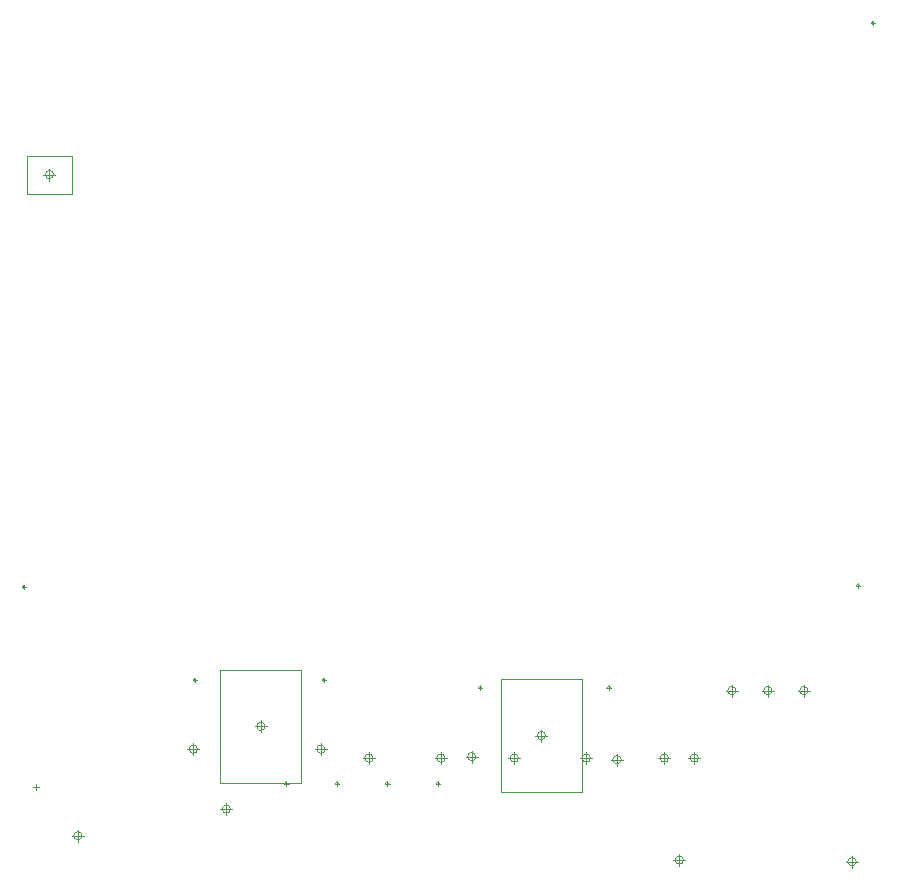
<source format=gbr>
%TF.GenerationSoftware,Altium Limited,Altium Designer,22.3.1 (43)*%
G04 Layer_Color=32768*
%FSLAX26Y26*%
%MOIN*%
%TF.SameCoordinates,A6686B76-6886-4B69-866F-DC8958589E3E*%
%TF.FilePolarity,Positive*%
%TF.FileFunction,Other,Mechanical_15*%
%TF.Part,Single*%
G01*
G75*
%TA.AperFunction,NonConductor*%
%ADD100C,0.003937*%
%ADD101C,0.001000*%
%ADD102C,0.001968*%
%ADD103C,0.003000*%
D100*
X1705000Y486024D02*
X1975000D01*
X1705000Y863976D02*
X1975000D01*
Y486024D02*
Y863976D01*
X1705000Y486024D02*
Y863976D01*
X770000Y516748D02*
X1040000D01*
X770000Y894700D02*
X1040000D01*
X770000Y516748D02*
Y894700D01*
X1040000Y516748D02*
Y894700D01*
X275000Y2482008D02*
Y2607992D01*
X125000Y2482008D02*
Y2607992D01*
Y2482008D02*
X275000D01*
X125000Y2607992D02*
X275000D01*
D101*
X1331667Y515000D02*
G03*
X1331667Y515000I-5000J0D01*
G01*
X995000D02*
G03*
X995000Y515000I-5000J0D01*
G01*
X2900000Y1175000D02*
G03*
X2900000Y1175000I-5000J0D01*
G01*
X2069500Y835000D02*
G03*
X2069500Y835000I-5000J0D01*
G01*
X1640500D02*
G03*
X1640500Y835000I-5000J0D01*
G01*
X1163333Y515000D02*
G03*
X1163333Y515000I-5000J0D01*
G01*
X1500000D02*
G03*
X1500000Y515000I-5000J0D01*
G01*
X2950000Y3050000D02*
G03*
X2950000Y3050000I-5000J0D01*
G01*
X690000Y860000D02*
G03*
X690000Y860000I-5000J0D01*
G01*
X1120000D02*
G03*
X1120000Y860000I-5000J0D01*
G01*
X120000Y1170000D02*
G03*
X120000Y1170000I-5000J0D01*
G01*
X1326666Y507126D02*
Y522874D01*
X1318792Y515000D02*
X1334540D01*
X990000Y507126D02*
Y522874D01*
X982126Y515000D02*
X997874D01*
X2887126Y1175000D02*
X2902874D01*
X2895000Y1167126D02*
Y1182874D01*
X2064500Y827126D02*
Y842874D01*
X2056626Y835000D02*
X2072374D01*
X1635500Y827126D02*
Y842874D01*
X1627626Y835000D02*
X1643374D01*
X1150460Y515000D02*
X1166208D01*
X1158334Y507126D02*
Y522874D01*
X1487126Y515000D02*
X1502874D01*
X1495000Y507126D02*
Y522874D01*
X2937126Y3050000D02*
X2952874D01*
X2945000Y3042126D02*
Y3057874D01*
X685000Y852126D02*
Y867874D01*
X677126Y860000D02*
X692874D01*
X1115000Y852126D02*
Y867874D01*
X1107126Y860000D02*
X1122874D01*
X107126Y1170000D02*
X122874D01*
X115000Y1162126D02*
Y1177874D01*
D102*
X1853780Y675000D02*
G03*
X1853780Y675000I-13780J0D01*
G01*
X918779Y705724D02*
G03*
X918779Y705724I-13780J0D01*
G01*
X213780Y2545000D02*
G03*
X213780Y2545000I-13780J0D01*
G01*
X2728780Y825000D02*
G03*
X2728780Y825000I-13780J0D01*
G01*
X2608780D02*
G03*
X2608780Y825000I-13780J0D01*
G01*
X2488780D02*
G03*
X2488780Y825000I-13780J0D01*
G01*
X2313780Y260000D02*
G03*
X2313780Y260000I-13780J0D01*
G01*
X1621716Y605000D02*
G03*
X1621716Y605000I-13780J0D01*
G01*
X2105843Y595000D02*
G03*
X2105843Y595000I-13780J0D01*
G01*
X1763780Y600000D02*
G03*
X1763780Y600000I-13780J0D01*
G01*
X2263780D02*
G03*
X2263780Y600000I-13780J0D01*
G01*
X803779Y430000D02*
G03*
X803779Y430000I-13780J0D01*
G01*
X693779Y629661D02*
G03*
X693779Y629661I-13780J0D01*
G01*
X1118780D02*
G03*
X1118780Y629661I-13780J0D01*
G01*
X2889012Y255000D02*
G03*
X2889012Y255000I-13780J0D01*
G01*
X308779Y341575D02*
G03*
X308779Y341575I-13780J0D01*
G01*
X2363780Y600000D02*
G03*
X2363780Y600000I-13780J0D01*
G01*
X2003780D02*
G03*
X2003780Y600000I-13780J0D01*
G01*
X1278780D02*
G03*
X1278780Y600000I-13780J0D01*
G01*
X1518780D02*
G03*
X1518780Y600000I-13780J0D01*
G01*
X1840000Y655316D02*
Y694686D01*
X1820316Y675000D02*
X1859686D01*
X905000Y686040D02*
Y725410D01*
X885316Y705724D02*
X924686D01*
X200000Y2525316D02*
Y2564686D01*
X180314Y2545000D02*
X219684D01*
X2695315Y825000D02*
X2734685D01*
X2715000Y805315D02*
Y844685D01*
X2575316Y825000D02*
X2614686D01*
X2595000Y805316D02*
Y844686D01*
X2475000Y805316D02*
Y844686D01*
X2455316Y825000D02*
X2494686D01*
X2280316Y260000D02*
X2319686D01*
X2300000Y240316D02*
Y279686D01*
X1607938Y585316D02*
Y624686D01*
X1588252Y605000D02*
X1627622D01*
X2092064Y575316D02*
Y614686D01*
X2072378Y595000D02*
X2111748D01*
X1750000Y580316D02*
Y619686D01*
X1730316Y600000D02*
X1769686D01*
X2250000Y580316D02*
Y619686D01*
X2230316Y600000D02*
X2269686D01*
X790000Y410316D02*
Y449686D01*
X770316Y430000D02*
X809686D01*
X680000Y609976D02*
Y649346D01*
X660316Y629662D02*
X699686D01*
X1105000Y609976D02*
Y649346D01*
X1085316Y629662D02*
X1124686D01*
X2855548Y255000D02*
X2894918D01*
X2875232Y235316D02*
Y274686D01*
X295000Y321890D02*
Y361260D01*
X275316Y341574D02*
X314686D01*
X2350000Y580316D02*
Y619686D01*
X2330316Y600000D02*
X2369686D01*
X1990000Y580316D02*
Y619686D01*
X1970316Y600000D02*
X2009686D01*
X1265000Y580316D02*
Y619686D01*
X1245316Y600000D02*
X1284686D01*
X1505000Y580316D02*
Y619686D01*
X1485316Y600000D02*
X1524686D01*
D103*
X155000Y495000D02*
Y515000D01*
X145000Y505000D02*
X165000D01*
%TF.MD5,3d4ede8c266ace3a8b63634424e0b047*%
M02*

</source>
